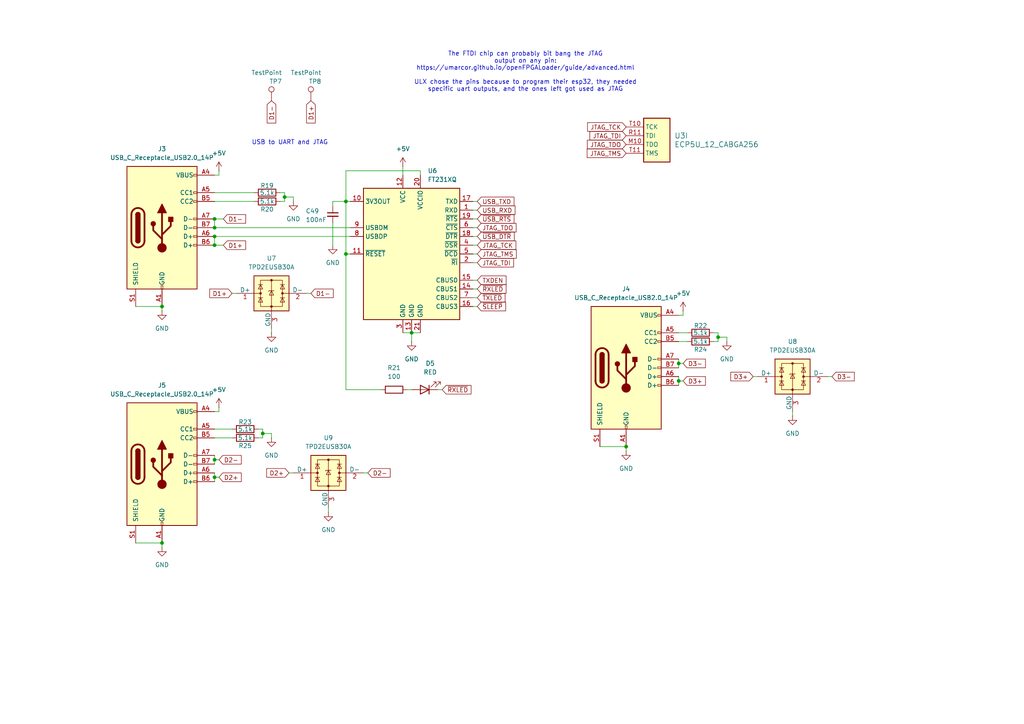
<source format=kicad_sch>
(kicad_sch (version 20250114) (generator "eeschema") (generator_version "9.0")
  (paper "A4")
  (title_block (title "Icepi zero") (date "2025-05-04") (rev "v1") (company "Chengyin Yao (cheyao)") (comment 1 "https://github.com/cheyao/icepi-zero"))
  (lib_symbols
    (symbol "Connector:TestPoint" (pin_numbers (hide yes)) (pin_names (offset 0.762) (hide yes))
      (property "Reference" "TP" (at 0 6.858 0))
      (property "Value" "TestPoint" (at 0 5.08 0))
      (symbol "TestPoint_1_1"
        (pin passive line (at 0 0 90) (length 2.54) (name "1") (number "1"))
      )
    )
    (symbol "Connector:USB_C_Receptacle_USB2.0_14P" (pin_names (offset 1.016))
      (property "Reference" "J" (at 0 22.225 0))
      (property "Value" "USB_C_Receptacle_USB2.0_14P" (at 0 19.685 0))
      (symbol "USB_C_Receptacle_USB2.0_14P_1_1"
        (pin passive line (at -7.62 -22.86 90) (length 5.08) (name "SHIELD") (number "S1"))
        (pin passive line (at 0 -22.86 90) (length 5.08) (name "GND") (number "A1"))
        (pin passive line (at 0 -22.86 90) (length 5.08) (hide yes) (name "GND") (number "A12"))
        (pin passive line (at 0 -22.86 90) (length 5.08) (hide yes) (name "GND") (number "B1"))
        (pin passive line (at 0 -22.86 90) (length 5.08) (hide yes) (name "GND") (number "B12"))
        (pin passive line (at 15.24 15.24 180) (length 5.08) (name "VBUS") (number "A4"))
        (pin passive line (at 15.24 15.24 180) (length 5.08) (hide yes) (name "VBUS") (number "A9"))
        (pin passive line (at 15.24 15.24 180) (length 5.08) (hide yes) (name "VBUS") (number "B4"))
        (pin passive line (at 15.24 15.24 180) (length 5.08) (hide yes) (name "VBUS") (number "B9"))
        (pin bidirectional line (at 15.24 10.16 180) (length 5.08) (name "CC1") (number "A5"))
        (pin bidirectional line (at 15.24 7.62 180) (length 5.08) (name "CC2") (number "B5"))
        (pin bidirectional line (at 15.24 2.54 180) (length 5.08) (name "D-") (number "A7"))
        (pin bidirectional line (at 15.24 0 180) (length 5.08) (name "D-") (number "B7"))
        (pin bidirectional line (at 15.24 -2.54 180) (length 5.08) (name "D+") (number "A6"))
        (pin bidirectional line (at 15.24 -5.08 180) (length 5.08) (name "D+") (number "B6"))
      )
    )
    (symbol "Device:C_Small" (pin_numbers (hide yes)) (pin_names (offset 0.254) (hide yes))
      (property "Reference" "C" (at 0.254 1.778 0))
      (property "Value" "C_Small" (at 0.254 -2.032 0))
      (symbol "C_Small_1_1"
        (pin passive line (at 0 2.54 270) (length 2.032) (name "~") (number "1"))
        (pin passive line (at 0 -2.54 90) (length 2.032) (name "~") (number "2"))
      )
    )
    (symbol "Device:LED" (pin_numbers (hide yes)) (pin_names (offset 1.016) (hide yes))
      (property "Reference" "D" (at 0 2.54 0))
      (property "Value" "LED" (at 0 -2.54 0))
      (symbol "LED_1_1"
        (pin passive line (at -3.81 0 0) (length 2.54) (name "K") (number "1"))
        (pin passive line (at 3.81 0 180) (length 2.54) (name "A") (number "2"))
      )
    )
    (symbol "Device:R" (pin_numbers (hide yes)) (pin_names (offset 0))
      (property "Reference" "R" (at 2.032 0 90))
      (property "Value" "R" (at 0 0 90))
      (symbol "R_1_1"
        (pin passive line (at 0 3.81 270) (length 1.27) (name "~") (number "1"))
        (pin passive line (at 0 -3.81 90) (length 1.27) (name "~") (number "2"))
      )
    )
    (symbol "Interface_USB:FT231XQ"
      (property "Reference" "U" (at -13.97 20.32 0))
      (property "Value" "FT231XQ" (at 6.35 20.32 0))
      (symbol "FT231XQ_1_1"
        (pin power_out line (at -17.78 15.24 0) (length 3.81) (name "3V3OUT") (number "10"))
        (pin bidirectional line (at -17.78 7.62 0) (length 3.81) (name "USBDM") (number "9"))
        (pin bidirectional line (at -17.78 5.08 0) (length 3.81) (name "USBDP") (number "8"))
        (pin input line (at -17.78 0 0) (length 3.81) (name "~{RESET}") (number "11"))
        (pin power_in line (at -2.54 22.86 270) (length 3.81) (name "VCC") (number "12"))
        (pin power_in line (at -2.54 -22.86 90) (length 3.81) (name "GND") (number "3"))
        (pin power_in line (at 0 -22.86 90) (length 3.81) (name "GND") (number "13"))
        (pin power_in line (at 2.54 22.86 270) (length 3.81) (name "VCCIO") (number "20"))
        (pin power_in line (at 2.54 -22.86 90) (length 3.81) (name "GND") (number "21"))
        (pin output line (at 17.78 15.24 180) (length 3.81) (name "TXD") (number "17"))
        (pin input line (at 17.78 12.7 180) (length 3.81) (name "RXD") (number "1"))
        (pin output line (at 17.78 10.16 180) (length 3.81) (name "~{RTS}") (number "19"))
        (pin input line (at 17.78 7.62 180) (length 3.81) (name "~{CTS}") (number "6"))
        (pin output line (at 17.78 5.08 180) (length 3.81) (name "~{DTR}") (number "18"))
        (pin input line (at 17.78 2.54 180) (length 3.81) (name "~{DSR}") (number "4"))
        (pin input line (at 17.78 0 180) (length 3.81) (name "~{DCD}") (number "5"))
        (pin input line (at 17.78 -2.54 180) (length 3.81) (name "~{RI}") (number "2"))
        (pin bidirectional line (at 17.78 -7.62 180) (length 3.81) (name "CBUS0") (number "15"))
        (pin bidirectional line (at 17.78 -10.16 180) (length 3.81) (name "CBUS1") (number "14"))
        (pin bidirectional line (at 17.78 -12.7 180) (length 3.81) (name "CBUS2") (number "7"))
        (pin bidirectional line (at 17.78 -15.24 180) (length 3.81) (name "CBUS3") (number "16"))
      )
    )
    (symbol "Power_Protection:TPD2EUSB30A" (pin_names (offset 0))
      (property "Reference" "U" (at 0 6.35 0))
      (property "Value" "TPD2EUSB30A" (at 7.62 -7.62 0))
      (symbol "TPD2EUSB30A_1_1"
        (pin passive line (at -10.16 0 0) (length 5.08) (name "D+") (number "1"))
        (pin passive line (at 0 -10.16 90) (length 5.08) (name "GND") (number "3"))
        (pin passive line (at 10.16 0 180) (length 5.08) (name "D-") (number "2"))
      )
    )
    (symbol "josh:ECP5U_12_CABGA256"
      (property "Reference" "U" (at -15.24 45.72 0))
      (property "Value" "ECP5U_12_CABGA256" (at 7.62 43.18 0))
      (symbol "ECP5U_12_CABGA256_1_1"
        (pin power_in line (at -12.7 5.08 0) (length 5.08) (name "VCC[6]") (number "G6"))
        (pin power_in line (at -12.7 5.08 0) (length 5.08) (name "VCC[6]") (number "G7"))
        (pin power_in line (at -12.7 5.08 0) (length 5.08) (name "VCC[6]") (number "G9"))
        (pin power_in line (at -12.7 5.08 0) (length 5.08) (name "VCC[6]") (number "L10"))
        (pin power_in line (at -12.7 5.08 0) (length 5.08) (name "VCC[6]") (number "L8"))
        (pin power_in line (at -12.7 5.08 0) (length 5.08) (name "VCC[6]") (number "L9"))
        (pin power_in line (at -12.7 2.54 0) (length 5.08) (name "VCCAUX[2]") (number "G11"))
        (pin power_in line (at -12.7 2.54 0) (length 5.08) (name "VCCAUX[2]") (number "L7"))
        (pin power_in line (at -12.7 -5.08 0) (length 5.08) (name "GND[27]") (number "A1"))
        (pin power_in line (at -12.7 -5.08 0) (length 5.08) (name "GND[27]") (number "A16"))
        (pin power_in line (at -12.7 -5.08 0) (length 5.08) (name "GND[27]") (number "D15"))
        (pin power_in line (at -12.7 -5.08 0) (length 5.08) (name "GND[27]") (number "D2"))
        (pin power_in line (at -12.7 -5.08 0) (length 5.08) (name "GND[27]") (number "F8"))
        (pin power_in line (at -12.7 -5.08 0) (length 5.08) (name "GND[27]") (number "F9"))
        (pin power_in line (at -12.7 -5.08 0) (length 5.08) (name "GND[27]") (number "G10"))
        (pin power_in line (at -12.7 -5.08 0) (length 5.08) (name "GND[27]") (number "G8"))
        (pin power_in line (at -12.7 -5.08 0) (length 5.08) (name "GND[27]") (number "H1"))
        (pin power_in line (at -12.7 -5.08 0) (length 5.08) (name "GND[27]") (number "H10"))
        (pin power_in line (at -12.7 -5.08 0) (length 5.08) (name "GND[27]") (number "H16"))
        (pin power_in line (at -12.7 -5.08 0) (length 5.08) (name "GND[27]") (number "H8"))
        (pin power_in line (at -12.7 -5.08 0) (length 5.08) (name "GND[27]") (number "H9"))
        (pin power_in line (at -12.7 -5.08 0) (length 5.08) (name "GND[27]") (number "J10"))
        (pin power_in line (at -12.7 -5.08 0) (length 5.08) (name "GND[27]") (number "J8"))
        (pin power_in line (at -12.7 -5.08 0) (length 5.08) (name "GND[27]") (number "J9"))
        (pin power_in line (at -12.7 -5.08 0) (length 5.08) (name "GND[27]") (number "K10"))
        (pin power_in line (at -12.7 -5.08 0) (length 5.08) (name "GND[27]") (number "K6"))
        (pin power_in line (at -12.7 -5.08 0) (length 5.08) (name "GND[27]") (number "K7"))
        (pin power_in line (at -12.7 -5.08 0) (length 5.08) (name "GND[27]") (number "K8"))
        (pin power_in line (at -12.7 -5.08 0) (length 5.08) (name "GND[27]") (number "K9"))
        (pin power_in line (at -12.7 -5.08 0) (length 5.08) (name "GND[27]") (number "N15"))
        (pin power_in line (at -12.7 -5.08 0) (length 5.08) (name "GND[27]") (number "N2"))
        (pin power_in line (at -12.7 -5.08 0) (length 5.08) (name "GND[27]") (number "T1"))
        (pin power_in line (at -12.7 -5.08 0) (length 5.08) (name "GND[27]") (number "T12"))
        (pin power_in line (at -12.7 -5.08 0) (length 5.08) (name "GND[27]") (number "T16"))
        (pin power_in line (at -12.7 -5.08 0) (length 5.08) (name "GND[27]") (number "T5"))
      )
      (symbol "ECP5U_12_CABGA256_2_1"
        (pin power_in line (at -21.59 38.1 0) (length 5.08) (name "VCCIO0[2]") (number "F6"))
        (pin power_in line (at -21.59 38.1 0) (length 5.08) (name "VCCIO0[2]") (number "F7"))
        (pin bidirectional line (at -21.59 33.02 0) (length 5.08) (name "PT4A/+") (number "A2"))
        (pin bidirectional line (at -21.59 30.48 0) (length 5.08) (name "PT4B/-") (number "B3"))
        (pin bidirectional line (at -21.59 27.94 0) (length 5.08) (name "PT6A/+") (number "A3"))
        (pin bidirectional line (at -21.59 25.4 0) (length 5.08) (name "PT6B/-") (number "A4"))
        (pin bidirectional line (at -21.59 22.86 0) (length 5.08) (name "PT9A/+") (number "E4"))
        (pin bidirectional line (at -21.59 20.32 0) (length 5.08) (name "PT9B/-") (number "D4"))
        (pin bidirectional line (at -21.59 17.78 0) (length 5.08) (name "PT11A/+") (number "C4"))
        (pin bidirectional line (at -21.59 15.24 0) (length 5.08) (name "PT11B/-") (number "B4"))
        (pin bidirectional line (at -21.59 12.7 0) (length 5.08) (name "PT13A/+") (number "E5"))
        (pin bidirectional line (at -21.59 10.16 0) (length 5.08) (name "PT13B/-") (number "D5"))
        (pin bidirectional line (at -21.59 7.62 0) (length 5.08) (name "PT15A/+") (number "C5"))
        (pin bidirectional line (at -21.59 5.08 0) (length 5.08) (name "PT15B/-") (number "B5"))
        (pin bidirectional line (at -21.59 2.54 0) (length 5.08) (name "PT18A/+") (number "A5"))
        (pin bidirectional line (at -21.59 0 0) (length 5.08) (name "PT18B/-") (number "A6"))
        (pin bidirectional line (at -21.59 -2.54 0) (length 5.08) (name "PT20A/+") (number "E6"))
        (pin bidirectional line (at -21.59 -5.08 0) (length 5.08) (name "PT20B/-") (number "D6"))
        (pin bidirectional line (at -21.59 -7.62 0) (length 5.08) (name "PT22A/+") (number "C6"))
        (pin bidirectional line (at -21.59 -10.16 0) (length 5.08) (name "PT22B/-") (number "B6"))
        (pin bidirectional line (at -21.59 -12.7 0) (length 5.08) (name "PT24A/+/GR_PCLK0_1") (number "E7"))
        (pin bidirectional line (at -21.59 -15.24 0) (length 5.08) (name "PT24B/-/GR_PCLK0_0") (number "D7"))
        (pin bidirectional line (at -21.59 -17.78 0) (length 5.08) (name "PT27A/+/PCLKT0_1") (number "C7"))
        (pin bidirectional line (at -21.59 -20.32 0) (length 5.08) (name "PT27B/-/PCLKC0_1") (number "B7"))
        (pin bidirectional line (at -21.59 -22.86 0) (length 5.08) (name "PT29A/+/PCLKT0_0") (number "A7"))
        (pin bidirectional line (at -21.59 -25.4 0) (length 5.08) (name "PT29B/-/PCLKC0_0") (number "A8"))
      )
      (symbol "ECP5U_12_CABGA256_3_1"
        (pin power_in line (at -21.59 38.1 0) (length 5.08) (name "VCCIO1[2]") (number "F10"))
        (pin power_in line (at -21.59 38.1 0) (length 5.08) (name "VCCIO1[2]") (number "F11"))
        (pin bidirectional line (at -21.59 33.02 0) (length 5.08) (name "PT33A/+/PCLKT1_1") (number "E8"))
        (pin bidirectional line (at -21.59 30.48 0) (length 5.08) (name "PT33B/-/PCLKC1_1") (number "D8"))
        (pin bidirectional line (at -21.59 27.94 0) (length 5.08) (name "PT35A/+/PCLKT1_0") (number "C8"))
        (pin bidirectional line (at -21.59 25.4 0) (length 5.08) (name "PT35B/-/PCLKC1_0") (number "B8"))
        (pin bidirectional line (at -21.59 22.86 0) (length 5.08) (name "PT38A/+/GR_PCLK1_0") (number "B9"))
        (pin bidirectional line (at -21.59 20.32 0) (length 5.08) (name "PT38B/-/GR_PCLK1_1") (number "C9"))
        (pin bidirectional line (at -21.59 17.78 0) (length 5.08) (name "PT40A/+") (number "D9"))
        (pin bidirectional line (at -21.59 15.24 0) (length 5.08) (name "PT40B/-") (number "E9"))
        (pin bidirectional line (at -21.59 12.7 0) (length 5.08) (name "PT42A/+") (number "A9"))
        (pin bidirectional line (at -21.59 10.16 0) (length 5.08) (name "PT42B/-") (number "A10"))
        (pin bidirectional line (at -21.59 7.62 0) (length 5.08) (name "PT44A/+") (number "B10"))
        (pin bidirectional line (at -21.59 5.08 0) (length 5.08) (name "PT44B/-") (number "C10"))
        (pin bidirectional line (at -21.59 2.54 0) (length 5.08) (name "PT47A/+") (number "D10"))
        (pin bidirectional line (at -21.59 0 0) (length 5.08) (name "PT47B/-") (number "E10"))
        (pin bidirectional line (at -21.59 -2.54 0) (length 5.08) (name "PT49A/+") (number "B11"))
        (pin bidirectional line (at -21.59 -5.08 0) (length 5.08) (name "PT49B/-") (number "C11"))
        (pin bidirectional line (at -21.59 -7.62 0) (length 5.08) (name "PT51A/+") (number "D11"))
        (pin bidirectional line (at -21.59 -10.16 0) (length 5.08) (name "PT51B/-") (number "E11"))
        (pin bidirectional line (at -21.59 -12.7 0) (length 5.08) (name "PT53A/+") (number "A11"))
        (pin bidirectional line (at -21.59 -15.24 0) (length 5.08) (name "PT53B/-") (number "A12"))
        (pin bidirectional line (at -21.59 -17.78 0) (length 5.08) (name "PT56A/+") (number "B12"))
        (pin bidirectional line (at -21.59 -20.32 0) (length 5.08) (name "PT56B/-") (number "C12"))
        (pin bidirectional line (at -21.59 -22.86 0) (length 5.08) (name "PT58A/+") (number "D12"))
        (pin bidirectional line (at -21.59 -25.4 0) (length 5.08) (name "PT58B/-") (number "E12"))
        (pin bidirectional line (at -21.59 -27.94 0) (length 5.08) (name "PT60A/+") (number "B13"))
        (pin bidirectional line (at -21.59 -30.48 0) (length 5.08) (name "PT60B/-") (number "C13"))
        (pin bidirectional line (at -21.59 -33.02 0) (length 5.08) (name "PT62A/+") (number "D13"))
        (pin bidirectional line (at -21.59 -35.56 0) (length 5.08) (name "PT62B/-") (number "E13"))
        (pin bidirectional line (at -21.59 -38.1 0) (length 5.08) (name "PT65A/+") (number "A13"))
        (pin bidirectional line (at -21.59 -40.64 0) (length 5.08) (name "PT65B/-") (number "A14"))
        (pin bidirectional line (at -21.59 -43.18 0) (length 5.08) (name "PT67A/+") (number "B14"))
        (pin bidirectional line (at -21.59 -45.72 0) (length 5.08) (name "PT67B/-") (number "A15"))
      )
      (symbol "ECP5U_12_CABGA256_4_1"
        (pin power_in line (at -21.59 38.1 0) (length 5.08) (name "VCCIO2[2]") (number "H11"))
        (pin power_in line (at -21.59 38.1 0) (length 5.08) (name "VCCIO2[2]") (number "J11"))
        (pin bidirectional line (at -21.59 33.02 0) (length 5.08) (name "PR2A/+/HS/RDQ8") (number "B16"))
        (pin bidirectional line (at -21.59 30.48 0) (length 5.08) (name "PR2B/-/S0_IN/HS/RDQ8") (number "B15"))
        (pin bidirectional line (at -21.59 27.94 0) (length 5.08) (name "PR2C/+/RDQ8") (number "C14"))
        (pin bidirectional line (at -21.59 25.4 0) (length 5.08) (name "PR2D/-/RDQ8") (number "D14"))
        (pin bidirectional line (at -21.59 22.86 0) (length 5.08) (name "PR5A/+/HS/RDQ8") (number "C16"))
        (pin bidirectional line (at -21.59 20.32 0) (length 5.08) (name "PR5B/-/HS/RDQ8") (number "C15"))
        (pin bidirectional line (at -21.59 17.78 0) (length 5.08) (name "PR5C/+/RDQ8") (number "E14"))
        (pin bidirectional line (at -21.59 15.24 0) (length 5.08) (name "PR5D/-/RDQ8") (number "F14"))
        (pin bidirectional line (at -21.59 12.7 0) (length 5.08) (name "PR8A/+/HS/RDQS8") (number "D16"))
        (pin bidirectional line (at -21.59 10.16 0) (length 5.08) (name "PR8B/-/HS/RDQSN8") (number "E15"))
        (pin bidirectional line (at -21.59 7.62 0) (length 5.08) (name "PR8C/+/RDQ8") (number "F13"))
        (pin bidirectional line (at -21.59 5.08 0) (length 5.08) (name "PR8D/-/RDQ8") (number "F12"))
        (pin bidirectional line (at -21.59 2.54 0) (length 5.08) (name "PR11A/+/HS/RDQ8") (number "G12"))
        (pin bidirectional line (at -21.59 0 0) (length 5.08) (name "PR11B/-/HS/RDQ8") (number "G13"))
        (pin bidirectional line (at -21.59 -2.54 0) (length 5.08) (name "PR11C/+/RDQ8") (number "F15"))
        (pin bidirectional line (at -21.59 -5.08 0) (length 5.08) (name "PR11D/-/RDQ8") (number "E16"))
        (pin bidirectional line (at -21.59 -7.62 0) (length 5.08) (name "PR14A/+/HS/RDQ20") (number "F16"))
        (pin bidirectional line (at -21.59 -10.16 0) (length 5.08) (name "PR14B/-/HS/RDQ20") (number "G15"))
        (pin bidirectional line (at -21.59 -12.7 0) (length 5.08) (name "PR14C/+/VREF1_2/RDQ20") (number "G14"))
        (pin bidirectional line (at -21.59 -15.24 0) (length 5.08) (name "PR14D/-/RDQ20") (number "H14"))
        (pin bidirectional line (at -21.59 -17.78 0) (length 5.08) (name "PR17A/+/HS/RDQ20") (number "H12"))
        (pin bidirectional line (at -21.59 -20.32 0) (length 5.08) (name "PR17B/-/HS/RDQ20") (number "H13"))
        (pin bidirectional line (at -21.59 -22.86 0) (length 5.08) (name "PR17C/+/RDQ20") (number "J13"))
        (pin bidirectional line (at -21.59 -25.4 0) (length 5.08) (name "PR17D/-/RDQ20") (number "J12"))
        (pin bidirectional line (at -21.59 -27.94 0) (length 5.08) (name "PR20A/+/GR_PCLK2_1/HS/RDQS20") (number "G16"))
        (pin bidirectional line (at -21.59 -30.48 0) (length 5.08) (name "PR20B/-/HS/RDQSN20") (number "H15"))
        (pin bidirectional line (at -21.59 -33.02 0) (length 5.08) (name "PR20C/+/GR_PCLK2_0/RDQ20") (number "J14"))
        (pin bidirectional line (at -21.59 -35.56 0) (length 5.08) (name "PR20D/-/RDQ20") (number "K14"))
        (pin bidirectional line (at -21.59 -38.1 0) (length 5.08) (name "PR23A/+/PCLKT2_1/HS/RDQ20") (number "J16"))
        (pin bidirectional line (at -21.59 -40.64 0) (length 5.08) (name "PR23B/-/PCLKC2_1/HS/RDQ20") (number "J15"))
        (pin bidirectional line (at -21.59 -43.18 0) (length 5.08) (name "PR23C/+/PCLKT2_0/RDQ20") (number "K16"))
        (pin bidirectional line (at -21.59 -45.72 0) (length 5.08) (name "PR23D/-/PCLKC2_0/RDQ20") (number "K15"))
      )
      (symbol "ECP5U_12_CABGA256_5_1"
        (pin power_in line (at -21.59 38.1 0) (length 5.08) (name "VCCIO3[2]") (number "K11"))
        (pin power_in line (at -21.59 38.1 0) (length 5.08) (name "VCCIO3[2]") (number "L11"))
        (pin bidirectional line (at -21.59 33.02 0) (length 5.08) (name "PR26A/+/PCLKT3_1/HS/RDQ32") (number "L16"))
        (pin bidirectional line (at -21.59 30.48 0) (length 5.08) (name "PR26B/-/PCLKC3_1/HS/RDQ32") (number "L15"))
        (pin bidirectional line (at -21.59 27.94 0) (length 5.08) (name "PR26C/+/PCLKT3_0/RDQ32") (number "M16"))
        (pin bidirectional line (at -21.59 25.4 0) (length 5.08) (name "PR26D/-/PCLKC3_0/RDQ32") (number "M15"))
        (pin bidirectional line (at -21.59 22.86 0) (length 5.08) (name "PR29A/+/GR_PCLK3_0/HS/RDQ32") (number "K13"))
        (pin bidirectional line (at -21.59 20.32 0) (length 5.08) (name "PR29B/-/HS/RDQ32") (number "K12"))
        (pin bidirectional line (at -21.59 17.78 0) (length 5.08) (name "PR29C/+/GR_PCLK3_1/RDQ32") (number "L13"))
        (pin bidirectional line (at -21.59 15.24 0) (length 5.08) (name "PR29D/-/RDQ32") (number "L12"))
        (pin bidirectional line (at -21.59 12.7 0) (length 5.08) (name "PR32A/+/HS/RDQS32") (number "N16"))
        (pin bidirectional line (at -21.59 10.16 0) (length 5.08) (name "PR32B/-/HS/RDQSN32") (number "P15"))
        (pin bidirectional line (at -21.59 7.62 0) (length 5.08) (name "PR32C/+/RDQ32") (number "L14"))
        (pin bidirectional line (at -21.59 5.08 0) (length 5.08) (name "PR32D/-/RDQ32") (number "M14"))
        (pin bidirectional line (at -21.59 2.54 0) (length 5.08) (name "PR35A/+/HS/RDQ32") (number "P16"))
        (pin bidirectional line (at -21.59 0 0) (length 5.08) (name "PR35B/-/VREF1_3/HS/RDQ32") (number "R16"))
        (pin bidirectional line (at -21.59 -2.54 0) (length 5.08) (name "PR35C/+/RDQ32") (number "M13"))
        (pin bidirectional line (at -21.59 -5.08 0) (length 5.08) (name "PR35D/-/RDQ32") (number "N14"))
        (pin bidirectional line (at -21.59 -7.62 0) (length 5.08) (name "PR38A/+/HS/RDQ44") (number "N13"))
        (pin bidirectional line (at -21.59 -10.16 0) (length 5.08) (name "PR38B/-/HS/RDQ44") (number "P14"))
        (pin bidirectional line (at -21.59 -12.7 0) (length 5.08) (name "PR38C/+/RDQ44") (number "R15"))
        (pin bidirectional line (at -21.59 -15.24 0) (length 5.08) (name "PR38D/-/RDQ44") (number "T15"))
        (pin bidirectional line (at -21.59 -17.78 0) (length 5.08) (name "PR41A/+/HS/RDQ44") (number "P13"))
        (pin bidirectional line (at -21.59 -20.32 0) (length 5.08) (name "PR41B/-/HS/RDQ44") (number "R14"))
        (pin bidirectional line (at -21.59 -22.86 0) (length 5.08) (name "PR41C/+/RDQ44") (number "R13"))
        (pin bidirectional line (at -21.59 -25.4 0) (length 5.08) (name "PR41D/-/RDQ44") (number "T14"))
        (pin bidirectional line (at -21.59 -27.94 0) (length 5.08) (name "PR44A/+/HS/RDQS44") (number "R12"))
        (pin bidirectional line (at -21.59 -30.48 0) (length 5.08) (name "PR44B/-/HS/RDQSN44") (number "T13"))
        (pin bidirectional line (at -21.59 -33.02 0) (length 5.08) (name "PR44C/+/RDQ44") (number "M12"))
        (pin bidirectional line (at -21.59 -35.56 0) (length 5.08) (name "PR44D/-/RDQ44") (number "N12"))
        (pin bidirectional line (at -21.59 -38.1 0) (length 5.08) (name "PR47A/+/HS/RDQ44") (number "M11"))
        (pin bidirectional line (at -21.59 -40.64 0) (length 5.08) (name "PR47B/-/HS/RDQ44") (number "N11"))
        (pin bidirectional line (at -21.59 -43.18 0) (length 5.08) (name "PR47C/+/LRC_GPLL0T_IN/RDQ44") (number "P11"))
        (pin bidirectional line (at -21.59 -45.72 0) (length 5.08) (name "PR47D/-/LRC_GPLL0C_IN/RDQ44") (number "P12"))
      )
      (symbol "ECP5U_12_CABGA256_6_1"
        (pin power_in line (at -21.59 38.1 0) (length 5.08) (name "VCCIO6[2]") (number "J6"))
        (pin power_in line (at -21.59 38.1 0) (length 5.08) (name "VCCIO6[2]") (number "J7"))
        (pin bidirectional line (at -21.59 33.02 0) (length 5.08) (name "PL26A/+/PCLKT6_1/HS/LDQ32") (number "L1"))
        (pin bidirectional line (at -21.59 30.48 0) (length 5.08) (name "PL26B/-/PCLKC6_1/HS/LDQ32") (number "L2"))
        (pin bidirectional line (at -21.59 27.94 0) (length 5.08) (name "PL26C/+/PCLKT6_0/LDQ32") (number "M1"))
        (pin bidirectional line (at -21.59 25.4 0) (length 5.08) (name "PL26D/-/PCLKC6_0/LDQ32") (number "M2"))
        (pin bidirectional line (at -21.59 22.86 0) (length 5.08) (name "PL29A/+/GR_PCLK6_0/HS/LDQ32") (number "K4"))
        (pin bidirectional line (at -21.59 20.32 0) (length 5.08) (name "PL29B/-/HS/LDQ32") (number "K5"))
        (pin bidirectional line (at -21.59 17.78 0) (length 5.08) (name "PL29C/+/GR_PCLK6_1/LDQ32") (number "L4"))
        (pin bidirectional line (at -21.59 15.24 0) (length 5.08) (name "PL29D/-/LDQ32") (number "L5"))
        (pin bidirectional line (at -21.59 12.7 0) (length 5.08) (name "PL32A/+/HS/LDQS32") (number "N1"))
        (pin bidirectional line (at -21.59 10.16 0) (length 5.08) (name "PL32B/-/HS/LDQSN32") (number "P2"))
        (pin bidirectional line (at -21.59 7.62 0) (length 5.08) (name "PL32C/+/LDQ32") (number "L3"))
        (pin bidirectional line (at -21.59 5.08 0) (length 5.08) (name "PL32D/-/LDQ32") (number "M3"))
        (pin bidirectional line (at -21.59 2.54 0) (length 5.08) (name "PL35A/+/HS/LDQ32") (number "P1"))
        (pin bidirectional line (at -21.59 0 0) (length 5.08) (name "PL35B/-/VREF1_6/HS/LDQ32") (number "R1"))
        (pin bidirectional line (at -21.59 -2.54 0) (length 5.08) (name "PL35C/+/LDQ32") (number "M4"))
        (pin bidirectional line (at -21.59 -5.08 0) (length 5.08) (name "PL35D/-/LDQ32") (number "N3"))
        (pin bidirectional line (at -21.59 -7.62 0) (length 5.08) (name "PL38A/+/HS/LDQ44") (number "N4"))
        (pin bidirectional line (at -21.59 -10.16 0) (length 5.08) (name "PL38B/-/HS/LDQ44") (number "P3"))
        (pin bidirectional line (at -21.59 -12.7 0) (length 5.08) (name "PL38C/+/LDQ44") (number "R2"))
        (pin bidirectional line (at -21.59 -15.24 0) (length 5.08) (name "PL38D/-/LDQ44") (number "T2"))
        (pin bidirectional line (at -21.59 -17.78 0) (length 5.08) (name "PL41A/+/HS/LDQ44") (number "P4"))
        (pin bidirectional line (at -21.59 -20.32 0) (length 5.08) (name "PL41B/-/HS/LDQ44") (number "R3"))
        (pin bidirectional line (at -21.59 -22.86 0) (length 5.08) (name "PL41C/+/LDQ44") (number "R4"))
        (pin bidirectional line (at -21.59 -25.4 0) (length 5.08) (name "PL41D/-/LDQ44") (number "T3"))
        (pin bidirectional line (at -21.59 -27.94 0) (length 5.08) (name "PL44A/+/HS/LDQS44") (number "R5"))
        (pin bidirectional line (at -21.59 -30.48 0) (length 5.08) (name "PL44B/-/HS/LDQSN44") (number "T4"))
        (pin bidirectional line (at -21.59 -33.02 0) (length 5.08) (name "PL44C/+/LDQ44") (number "M5"))
        (pin bidirectional line (at -21.59 -35.56 0) (length 5.08) (name "PL44D/-/LDQ44") (number "N5"))
        (pin bidirectional line (at -21.59 -38.1 0) (length 5.08) (name "PL47A/+/HS/LDQ44") (number "M6"))
        (pin bidirectional line (at -21.59 -40.64 0) (length 5.08) (name "PL47B/-/HS/LDQ44") (number "N6"))
        (pin bidirectional line (at -21.59 -43.18 0) (length 5.08) (name "PL47C/+/LLC_GPLL0T_IN/LDQ44") (number "P6"))
        (pin bidirectional line (at -21.59 -45.72 0) (length 5.08) (name "PL47D/-/LLC_GPLL0C_IN/LDQ44") (number "P5"))
      )
      (symbol "ECP5U_12_CABGA256_7_1"
        (pin power_in line (at -21.59 38.1 0) (length 5.08) (name "VCCIO7[2]") (number "H6"))
        (pin power_in line (at -21.59 38.1 0) (length 5.08) (name "VCCIO7[2]") (number "H7"))
        (pin bidirectional line (at -21.59 34.29 0) (length 5.08) (name "PL2A/+/HS/LDQ8") (number "B1"))
        (pin bidirectional line (at -21.59 31.75 0) (length 5.08) (name "PL2B/-/HS/LDQ8") (number "B2"))
        (pin bidirectional line (at -21.59 29.21 0) (length 5.08) (name "PL2C/+/LDQ8") (number "C3"))
        (pin bidirectional line (at -21.59 26.67 0) (length 5.08) (name "PL2D/-/LDQ8") (number "D3"))
        (pin bidirectional line (at -21.59 24.13 0) (length 5.08) (name "PL5A/+/HS/LDQ8") (number "C1"))
        (pin bidirectional line (at -21.59 21.59 0) (length 5.08) (name "PL5B/-/HS/LDQ8") (number "C2"))
        (pin bidirectional line (at -21.59 19.05 0) (length 5.08) (name "PL5C/+/LDQ8") (number "E3"))
        (pin bidirectional line (at -21.59 16.51 0) (length 5.08) (name "PL5D/-/LDQ8") (number "F3"))
        (pin bidirectional line (at -21.59 13.97 0) (length 5.08) (name "PL8A/+/HS/LDQS8") (number "D1"))
        (pin bidirectional line (at -21.59 11.43 0) (length 5.08) (name "PL8B/-/HS/LDQSN8") (number "E2"))
        (pin bidirectional line (at -21.59 8.89 0) (length 5.08) (name "PL8C/+/LDQ8") (number "F4"))
        (pin bidirectional line (at -21.59 6.35 0) (length 5.08) (name "PL8D/-/LDQ8") (number "F5"))
        (pin bidirectional line (at -21.59 3.81 0) (length 5.08) (name "PL11A/+/HS/LDQ8") (number "G5"))
        (pin bidirectional line (at -21.59 1.27 0) (length 5.08) (name "PL11B/-/HS/LDQ8") (number "G4"))
        (pin bidirectional line (at -21.59 -1.27 0) (length 5.08) (name "PL11C/+/LDQ8") (number "F2"))
        (pin bidirectional line (at -21.59 -3.81 0) (length 5.08) (name "PL11D/-/LDQ8") (number "E1"))
        (pin bidirectional line (at -21.59 -6.35 0) (length 5.08) (name "PL14A/+/HS/LDQ20") (number "F1"))
        (pin bidirectional line (at -21.59 -8.89 0) (length 5.08) (name "PL14B/-/HS/LDQ20") (number "G2"))
        (pin bidirectional line (at -21.59 -11.43 0) (length 5.08) (name "PL14C/+/VREF1_7/LDQ20") (number "G3"))
        (pin bidirectional line (at -21.59 -13.97 0) (length 5.08) (name "PL14D/-/LDQ20") (number "H3"))
        (pin bidirectional line (at -21.59 -16.51 0) (length 5.08) (name "PL17A/+/HS/LDQ20") (number "H5"))
        (pin bidirectional line (at -21.59 -19.05 0) (length 5.08) (name "PL17B/-/HS/LDQ20") (number "H4"))
        (pin bidirectional line (at -21.59 -21.59 0) (length 5.08) (name "PL17C/+/LDQ20") (number "J4"))
        (pin bidirectional line (at -21.59 -24.13 0) (length 5.08) (name "PL17D/-/LDQ20") (number "J5"))
        (pin bidirectional line (at -21.59 -26.67 0) (length 5.08) (name "PL20A/+/GR_PCLK7_1/HS/LDQS20") (number "G1"))
        (pin bidirectional line (at -21.59 -29.21 0) (length 5.08) (name "PL20B/-/HS/LDQSN20") (number "H2"))
        (pin bidirectional line (at -21.59 -31.75 0) (length 5.08) (name "PL20C/+/GR_PCLK7_0/LDQ20") (number "J3"))
        (pin bidirectional line (at -21.59 -34.29 0) (length 5.08) (name "PL20D/-/LDQ20") (number "K3"))
        (pin bidirectional line (at -21.59 -36.83 0) (length 5.08) (name "PL23A/+/PCLKT7_1/HS/LDQ20") (number "J1"))
        (pin bidirectional line (at -21.59 -39.37 0) (length 5.08) (name "PL23B/-/PCLKC7_1/HS/LDQ20") (number "J2"))
        (pin bidirectional line (at -21.59 -41.91 0) (length 5.08) (name "PL23C/+/PCLKT7_0/LDQ20") (number "K1"))
        (pin bidirectional line (at -21.59 -44.45 0) (length 5.08) (name "PL23D/-/PCLKC7_0/LDQ20") (number "K2"))
      )
      (symbol "ECP5U_12_CABGA256_8_1"
        (pin power_in line (at -21.59 38.1 0) (length 5.08) (name "VCCIO8") (number "L6"))
        (pin bidirectional line (at -21.59 33.02 0) (length 5.08) (name "CCLK/MCLK/SCK") (number "N9"))
        (pin bidirectional line (at -21.59 30.48 0) (length 5.08) (name "CFG_0") (number "N10"))
        (pin bidirectional line (at -21.59 27.94 0) (length 5.08) (name "CFG_1") (number "P10"))
        (pin bidirectional line (at -21.59 25.4 0) (length 5.08) (name "CFG_2") (number "R10"))
        (pin bidirectional line (at -21.59 22.86 0) (length 5.08) (name "DONE") (number "P9"))
        (pin bidirectional line (at -21.59 20.32 0) (length 5.08) (name "INITN") (number "T9"))
        (pin bidirectional line (at -21.59 17.78 0) (length 5.08) (name "PB4A/+/D7/IO7") (number "T6"))
        (pin bidirectional line (at -21.59 15.24 0) (length 5.08) (name "PB4B/-/D6/IO6") (number "R6"))
        (pin bidirectional line (at -21.59 12.7 0) (length 5.08) (name "PB6A/+/D5/MISO2/IO5") (number "R7"))
        (pin bidirectional line (at -21.59 10.16 0) (length 5.08) (name "PB6B/-/D4/MOSI2/IO4") (number "P7"))
        (pin bidirectional line (at -21.59 7.62 0) (length 5.08) (name "PB9A/+/D3/IO3") (number "N7"))
        (pin bidirectional line (at -21.59 5.08 0) (length 5.08) (name "PB9B/-/D2/IO2") (number "M7"))
        (pin bidirectional line (at -21.59 2.54 0) (length 5.08) (name "PB11A/+/D1/MISO/IO1") (number "T7"))
        (pin bidirectional line (at -21.59 0 0) (length 5.08) (name "PB11B/-/D0/MOSI/IO0") (number "T8"))
        (pin bidirectional line (at -21.59 -2.54 0) (length 5.08) (name "PB13A/+/SN/CSN") (number "R8"))
        (pin bidirectional line (at -21.59 -5.08 0) (length 5.08) (name "PB13B/-/CS1N") (number "P8"))
        (pin bidirectional line (at -21.59 -7.62 0) (length 5.08) (name "PB15A/+/HOLDN/DI/BUSY/CSSPIN/CEN") (number "N8"))
        (pin bidirectional line (at -21.59 -10.16 0) (length 5.08) (name "PB15B/-/DOUT/CSON") (number "M8"))
        (pin bidirectional line (at -21.59 -12.7 0) (length 5.08) (name "PB18A/WRITEN") (number "M9"))
        (pin bidirectional line (at -21.59 -15.24 0) (length 5.08) (name "PROGRAMN") (number "R9"))
      )
      (symbol "ECP5U_12_CABGA256_9_1"
        (pin bidirectional line (at -7.62 3.81 0) (length 5.08) (name "TCK") (number "T10"))
        (pin bidirectional line (at -7.62 1.27 0) (length 5.08) (name "TDI") (number "R11"))
        (pin bidirectional line (at -7.62 -1.27 0) (length 5.08) (name "TDO") (number "M10"))
        (pin bidirectional line (at -7.62 -3.81 0) (length 5.08) (name "TMS") (number "T11"))
      )
    )
    (symbol "power:+5V" (power) (pin_numbers (hide yes)) (pin_names (offset 0) (hide yes))
      (property "Value" "+5V" (at 0 3.556 0))
      (symbol "+5V_1_1"
        (pin power_in line (at 0 0 90) (length 0) (name "~") (number "1"))
      )
    )
    (symbol "power:GND" (power) (pin_numbers (hide yes)) (pin_names (offset 0) (hide yes))
      (property "Value" "GND" (at 0 -3.81 0))
      (symbol "GND_1_1"
        (pin power_in line (at 0 0 270) (length 0) (name "~") (number "1"))
      )
    )
  )
  (text "USB to UART and JTAG" (at 84.074 41.402 0) (effects (font (size 1.27 1.27))))
  (text "The FTDI chip can probably bit bang the JTAG\noutput on any pin:\nhttps://umarcor.github.io/openFPGALoader/guide/advanced.html\n\nULX chose the pins because to program their esp32, they needed\nspecific uart outputs, and the ones left got used as JTAG" (at 152.4 20.828 0) (effects (font (size 1.27 1.27))))
  (junction (at 82.55 57.15))
  (junction (at 119.38 96.52))
  (junction (at 100.33 73.66))
  (junction (at 76.2 125.73))
  (junction (at 46.99 157.48))
  (junction (at 62.23 133.35))
  (junction (at 196.85 105.41))
  (junction (at 46.99 88.9))
  (junction (at 62.23 68.58))
  (junction (at 181.61 129.54))
  (junction (at 208.28 97.79))
  (junction (at 62.23 66.04))
  (junction (at 196.85 110.49))
  (junction (at 62.23 138.43))
  (junction (at 62.23 71.12))
  (junction (at 62.23 63.5))
  (junction (at 100.33 58.42))
  (wire (pts (xy 137.16 81.28) (xy 138.43 81.28)))
  (wire (pts (xy 82.55 55.88) (xy 82.55 57.15)))
  (wire (pts (xy 110.49 113.03) (xy 100.33 113.03)))
  (wire (pts (xy 229.87 120.65) (xy 229.87 119.38)))
  (wire (pts (xy 83.82 137.16) (xy 85.09 137.16)))
  (wire (pts (xy 63.5 133.35) (xy 62.23 133.35)))
  (wire (pts (xy 137.16 86.36) (xy 138.43 86.36)))
  (wire (pts (xy 100.33 113.03) (xy 100.33 73.66)))
  (wire (pts (xy 95.25 148.59) (xy 95.25 147.32)))
  (wire (pts (xy 198.12 90.17) (xy 198.12 91.44)))
  (wire (pts (xy 62.23 137.16) (xy 62.23 138.43)))
  (wire (pts (xy 196.85 110.49) (xy 196.85 111.76)))
  (wire (pts (xy 198.12 105.41) (xy 196.85 105.41)))
  (wire (pts (xy 207.01 99.06) (xy 208.28 99.06)))
  (wire (pts (xy 137.16 73.66) (xy 138.43 73.66)))
  (wire (pts (xy 240.03 109.22) (xy 241.3 109.22)))
  (wire (pts (xy 101.6 68.58) (xy 62.23 68.58)))
  (wire (pts (xy 137.16 83.82) (xy 138.43 83.82)))
  (wire (pts (xy 208.28 96.52) (xy 208.28 97.79)))
  (wire (pts (xy 81.28 55.88) (xy 82.55 55.88)))
  (wire (pts (xy 63.5 118.11) (xy 63.5 119.38)))
  (wire (pts (xy 207.01 96.52) (xy 208.28 96.52)))
  (wire (pts (xy 196.85 96.52) (xy 199.39 96.52)))
  (wire (pts (xy 196.85 104.14) (xy 196.85 105.41)))
  (wire (pts (xy 116.84 96.52) (xy 119.38 96.52)))
  (wire (pts (xy 218.44 109.22) (xy 219.71 109.22)))
  (wire (pts (xy 210.82 99.06) (xy 210.82 97.79)))
  (wire (pts (xy 62.23 58.42) (xy 73.66 58.42)))
  (wire (pts (xy 137.16 68.58) (xy 138.43 68.58)))
  (wire (pts (xy 105.41 137.16) (xy 106.68 137.16)))
  (wire (pts (xy 100.33 73.66) (xy 100.33 58.42)))
  (wire (pts (xy 121.92 50.8) (xy 121.92 49.53)))
  (wire (pts (xy 85.09 58.42) (xy 85.09 57.15)))
  (wire (pts (xy 74.93 124.46) (xy 76.2 124.46)))
  (wire (pts (xy 137.16 88.9) (xy 138.43 88.9)))
  (wire (pts (xy 137.16 71.12) (xy 138.43 71.12)))
  (wire (pts (xy 78.74 95.25) (xy 78.74 96.52)))
  (wire (pts (xy 96.52 59.69) (xy 96.52 58.42)))
  (wire (pts (xy 63.5 119.38) (xy 62.23 119.38)))
  (wire (pts (xy 82.55 57.15) (xy 82.55 58.42)))
  (wire (pts (xy 76.2 125.73) (xy 76.2 127)))
  (wire (pts (xy 62.23 71.12) (xy 64.77 71.12)))
  (wire (pts (xy 62.23 66.04) (xy 101.6 66.04)))
  (wire (pts (xy 62.23 133.35) (xy 62.23 132.08)))
  (wire (pts (xy 62.23 134.62) (xy 62.23 133.35)))
  (wire (pts (xy 62.23 138.43) (xy 62.23 139.7)))
  (wire (pts (xy 119.38 96.52) (xy 121.92 96.52)))
  (wire (pts (xy 62.23 63.5) (xy 64.77 63.5)))
  (wire (pts (xy 81.28 58.42) (xy 82.55 58.42)))
  (wire (pts (xy 196.85 105.41) (xy 196.85 106.68)))
  (wire (pts (xy 96.52 58.42) (xy 100.33 58.42)))
  (wire (pts (xy 116.84 48.26) (xy 116.84 50.8)))
  (wire (pts (xy 208.28 97.79) (xy 208.28 99.06)))
  (wire (pts (xy 74.93 127) (xy 76.2 127)))
  (wire (pts (xy 137.16 66.04) (xy 138.43 66.04)))
  (wire (pts (xy 62.23 124.46) (xy 67.31 124.46)))
  (wire (pts (xy 62.23 138.43) (xy 63.5 138.43)))
  (wire (pts (xy 100.33 49.53) (xy 100.33 58.42)))
  (wire (pts (xy 118.11 113.03) (xy 119.38 113.03)))
  (wire (pts (xy 63.5 49.53) (xy 63.5 50.8)))
  (wire (pts (xy 127 113.03) (xy 128.27 113.03)))
  (wire (pts (xy 208.28 97.79) (xy 210.82 97.79)))
  (wire (pts (xy 88.9 85.09) (xy 90.17 85.09)))
  (wire (pts (xy 78.74 127) (xy 78.74 125.73)))
  (wire (pts (xy 181.61 129.54) (xy 181.61 130.81)))
  (wire (pts (xy 62.23 127) (xy 67.31 127)))
  (wire (pts (xy 39.37 88.9) (xy 46.99 88.9)))
  (wire (pts (xy 67.31 85.09) (xy 68.58 85.09)))
  (wire (pts (xy 96.52 64.77) (xy 96.52 71.12)))
  (wire (pts (xy 46.99 157.48) (xy 46.99 158.75)))
  (wire (pts (xy 76.2 124.46) (xy 76.2 125.73)))
  (wire (pts (xy 137.16 63.5) (xy 138.43 63.5)))
  (wire (pts (xy 119.38 99.06) (xy 119.38 96.52)))
  (wire (pts (xy 100.33 58.42) (xy 101.6 58.42)))
  (wire (pts (xy 62.23 55.88) (xy 73.66 55.88)))
  (wire (pts (xy 196.85 110.49) (xy 198.12 110.49)))
  (wire (pts (xy 82.55 57.15) (xy 85.09 57.15)))
  (wire (pts (xy 76.2 125.73) (xy 78.74 125.73)))
  (wire (pts (xy 46.99 88.9) (xy 46.99 90.17)))
  (wire (pts (xy 63.5 50.8) (xy 62.23 50.8)))
  (wire (pts (xy 196.85 99.06) (xy 199.39 99.06)))
  (wire (pts (xy 198.12 91.44) (xy 196.85 91.44)))
  (wire (pts (xy 101.6 73.66) (xy 100.33 73.66)))
  (wire (pts (xy 196.85 109.22) (xy 196.85 110.49)))
  (wire (pts (xy 62.23 63.5) (xy 62.23 66.04)))
  (wire (pts (xy 39.37 157.48) (xy 46.99 157.48)))
  (wire (pts (xy 62.23 68.58) (xy 62.23 71.12)))
  (wire (pts (xy 137.16 60.96) (xy 138.43 60.96)))
  (wire (pts (xy 137.16 58.42) (xy 138.43 58.42)))
  (wire (pts (xy 173.99 129.54) (xy 181.61 129.54)))
  (wire (pts (xy 121.92 49.53) (xy 100.33 49.53)))
  (wire (pts (xy 137.16 76.2) (xy 138.43 76.2)))
  (global_label "USB_TXD" (shape input) (at 138.43 58.42 0) (property "Intersheetrefs" "${INTERSHEET_REFS}" (effects (hide yes))))
  (global_label "D2-" (shape input) (at 63.5 133.35 0) (property "Intersheetrefs" "${INTERSHEET_REFS}" (effects (hide yes))))
  (global_label "USB_RXD" (shape input) (at 138.43 60.96 0) (property "Intersheetrefs" "${INTERSHEET_REFS}" (effects (hide yes))))
  (global_label "~{RXLED}" (shape input) (at 128.27 113.03 0) (property "Intersheetrefs" "${INTERSHEET_REFS}" (effects (hide yes))))
  (global_label "JTAG_TCK" (shape input) (at 138.43 71.12 0) (property "Intersheetrefs" "${INTERSHEET_REFS}" (effects (hide yes))))
  (global_label "JTAG_TMS" (shape input) (at 138.43 73.66 0) (property "Intersheetrefs" "${INTERSHEET_REFS}" (effects (hide yes))))
  (global_label "D3-" (shape input) (at 241.3 109.22 0) (property "Intersheetrefs" "${INTERSHEET_REFS}" (effects (hide yes))))
  (global_label "JTAG_TDO" (shape input) (at 138.43 66.04 0) (property "Intersheetrefs" "${INTERSHEET_REFS}" (effects (hide yes))))
  (global_label "D3-" (shape input) (at 198.12 105.41 0) (property "Intersheetrefs" "${INTERSHEET_REFS}" (effects (hide yes))))
  (global_label "D3+" (shape input) (at 198.12 110.49 0) (property "Intersheetrefs" "${INTERSHEET_REFS}" (effects (hide yes))))
  (global_label "D2-" (shape input) (at 106.68 137.16 0) (property "Intersheetrefs" "${INTERSHEET_REFS}" (effects (hide yes))))
  (global_label "JTAG_TDI" (shape input) (at 138.43 76.2 0) (property "Intersheetrefs" "${INTERSHEET_REFS}" (effects (hide yes))))
  (global_label "JTAG_TDI" (shape input) (at 181.61 39.37 180) (property "Intersheetrefs" "${INTERSHEET_REFS}" (effects (hide yes))))
  (global_label "D2+" (shape input) (at 83.82 137.16 180) (property "Intersheetrefs" "${INTERSHEET_REFS}" (effects (hide yes))))
  (global_label "D1+" (shape input) (at 64.77 71.12 0) (property "Intersheetrefs" "${INTERSHEET_REFS}" (effects (hide yes))))
  (global_label "JTAG_TDO" (shape input) (at 181.61 41.91 180) (property "Intersheetrefs" "${INTERSHEET_REFS}" (effects (hide yes))))
  (global_label "D3+" (shape input) (at 218.44 109.22 180) (property "Intersheetrefs" "${INTERSHEET_REFS}" (effects (hide yes))))
  (global_label "~{USB_RTS}" (shape input) (at 138.43 63.5 0) (property "Intersheetrefs" "${INTERSHEET_REFS}" (effects (hide yes))))
  (global_label "D1-" (shape input) (at 64.77 63.5 0) (property "Intersheetrefs" "${INTERSHEET_REFS}" (effects (hide yes))))
  (global_label "D1+" (shape input) (at 90.17 29.21 270) (property "Intersheetrefs" "${INTERSHEET_REFS}" (effects (hide yes))))
  (global_label "TXDEN" (shape input) (at 138.43 81.28 0) (property "Intersheetrefs" "${INTERSHEET_REFS}" (effects (hide yes))))
  (global_label "JTAG_TMS" (shape input) (at 181.61 44.45 180) (property "Intersheetrefs" "${INTERSHEET_REFS}" (effects (hide yes))))
  (global_label "~{RXLED}" (shape input) (at 138.43 83.82 0) (property "Intersheetrefs" "${INTERSHEET_REFS}" (effects (hide yes))))
  (global_label "JTAG_TCK" (shape input) (at 181.61 36.83 180) (property "Intersheetrefs" "${INTERSHEET_REFS}" (effects (hide yes))))
  (global_label "D1-" (shape input) (at 90.17 85.09 0) (property "Intersheetrefs" "${INTERSHEET_REFS}" (effects (hide yes))))
  (global_label "~{TXLED}" (shape input) (at 138.43 86.36 0) (property "Intersheetrefs" "${INTERSHEET_REFS}" (effects (hide yes))))
  (global_label "D1-" (shape input) (at 78.74 29.21 270) (property "Intersheetrefs" "${INTERSHEET_REFS}" (effects (hide yes))))
  (global_label "D2+" (shape input) (at 63.5 138.43 0) (property "Intersheetrefs" "${INTERSHEET_REFS}" (effects (hide yes))))
  (global_label "D1+" (shape input) (at 67.31 85.09 180) (property "Intersheetrefs" "${INTERSHEET_REFS}" (effects (hide yes))))
  (global_label "~{SLEEP}" (shape input) (at 138.43 88.9 0) (property "Intersheetrefs" "${INTERSHEET_REFS}" (effects (hide yes))))
  (global_label "~{USB_DTR}" (shape input) (at 138.43 68.58 0) (property "Intersheetrefs" "${INTERSHEET_REFS}" (effects (hide yes))))
  (symbol (lib_id "josh:ECP5U_12_CABGA256") (at 189.23 40.64 0) (unit 9)
    (property "Reference" "U3" (at 195.58 39.3699 0) (effects (font (size 1.524 1.524)) (justify left)))
    (property "Value" "ECP5U_12_CABGA256" (at 195.58 41.9099 0) (effects (font (size 1.524 1.524)) (justify left)))
    (property "Footprint" "Package_BGA:BGA-256_14.0x14.0mm_Layout16x16_P0.8mm_Ball0.45mm_Pad0.32mm_NSMD" (effects (hide yes)))
    (property "Datasheet" "https://www.lcsc.com/datasheet/lcsc_datasheet_2411220131_Lattice-LFE5U-25F-6BG256C_C1521614.pdf" (effects (hide yes)))
    (property "JLCPCB Part #" "C1521614" (effects (hide yes)))
  )
  (symbol (lib_id "Connector:USB_C_Receptacle_USB2.0_14P") (at 181.61 106.68 0) (unit 1)
    (property "Reference" "J4" (at 181.61 83.82 0))
    (property "Value" "USB_C_Receptacle_USB2.0_14P" (at 181.61 86.36 0))
    (property "Footprint" "Connector_USB:USB_C_Receptacle_GCT_USB4105-xx-A_16P_TopMnt_Horizontal" (effects (hide yes)))
    (property "Datasheet" "https://www.usb.org/sites/default/files/documents/usb_type-c.zip" (effects (hide yes)))
    (property "Description" "USB 2.0-only 14P Type-C Receptacle connector" (effects (hide yes)))
    (property "JLCPCB Part #" "C2765186" (effects (hide yes)))
  )
  (symbol (lib_id "Power_Protection:TPD2EUSB30A") (at 78.74 85.09 0) (unit 1)
    (property "Reference" "U7" (at 78.74 74.93 0))
    (property "Value" "TPD2EUSB30A" (at 78.74 77.47 0))
    (property "Footprint" "Package_TO_SOT_SMD:Texas_DRT-3" (effects (hide yes)))
    (property "Datasheet" "http://www.ti.com/lit/ds/symlink/tpd2eusb30a.pdf" (effects (hide yes)))
    (property "Description" "2-Channel ESD Protection for Super-Speed USB 3.0 Interface, DRT-3" (effects (hide yes)))
    (property "JLCPCB Part #" "C3011197" (effects (hide yes)))
  )
  (symbol (lib_id "power:GND") (at 78.74 127 0) (unit 1)
    (property "Reference" "#PWR052" (effects (hide yes)))
    (property "Value" "GND" (at 78.74 132.08 0))
    (property "Description" "Power symbol creates a global label with name \"GND\" , ground" (effects (hide yes)))
  )
  (symbol (lib_id "power:+5V") (at 116.84 48.26 0) (unit 1)
    (property "Reference" "#PWR043" (effects (hide yes)))
    (property "Value" "+5V" (at 116.84 43.18 0))
    (property "Description" "Power symbol creates a global label with name \"+5V\"" (effects (hide yes)))
  )
  (symbol (lib_id "power:GND") (at 210.82 99.06 0) (unit 1)
    (property "Reference" "#PWR051" (effects (hide yes)))
    (property "Value" "GND" (at 210.82 104.14 0))
    (property "Description" "Power symbol creates a global label with name \"GND\" , ground" (effects (hide yes)))
  )
  (symbol (lib_id "power:GND") (at 181.61 130.81 0) (unit 1)
    (property "Reference" "#PWR055" (effects (hide yes)))
    (property "Value" "GND" (at 181.61 135.89 0))
    (property "Description" "Power symbol creates a global label with name \"GND\" , ground" (effects (hide yes)))
  )
  (symbol (lib_id "power:GND") (at 46.99 90.17 0) (unit 1)
    (property "Reference" "#PWR046" (effects (hide yes)))
    (property "Value" "GND" (at 46.99 95.25 0))
    (property "Description" "Power symbol creates a global label with name \"GND\" , ground" (effects (hide yes)))
  )
  (symbol (lib_id "Connector:USB_C_Receptacle_USB2.0_14P") (at 46.99 66.04 0) (unit 1)
    (property "Reference" "J3" (at 46.99 43.18 0))
    (property "Value" "USB_C_Receptacle_USB2.0_14P" (at 46.99 45.72 0))
    (property "Footprint" "Connector_USB:USB_C_Receptacle_GCT_USB4105-xx-A_16P_TopMnt_Horizontal" (effects (hide yes)))
    (property "Datasheet" "https://www.usb.org/sites/default/files/documents/usb_type-c.zip" (effects (hide yes)))
    (property "Description" "USB 2.0-only 14P Type-C Receptacle connector" (effects (hide yes)))
    (property "JLCPCB Part #" "C2765186" (effects (hide yes)))
  )
  (symbol (lib_id "power:GND") (at 119.38 99.06 0) (unit 1)
    (property "Reference" "#PWR048" (effects (hide yes)))
    (property "Value" "GND" (at 119.38 104.14 0))
    (property "Description" "Power symbol creates a global label with name \"GND\" , ground" (effects (hide yes)))
  )
  (symbol (lib_id "Device:R") (at 203.2 99.06 270) (unit 1)
    (property "Reference" "R24" (at 203.2 101.346 90))
    (property "Value" "5.1k" (at 203.2 99.06 90))
    (property "Footprint" "Resistor_SMD:R_0402_1005Metric" (effects (hide yes)))
    (property "Description" "Resistor" (effects (hide yes)))
    (property "JLCPCB Part #" "C25905 " (effects (hide yes)))
  )
  (symbol (lib_id "Device:C_Small") (at 96.52 62.23 0) (unit 1)
    (property "Reference" "C49" (at 88.646 61.214 0) (effects (justify left)))
    (property "Value" "100nF" (at 88.646 63.754 0) (effects (justify left)))
    (property "Footprint" "Capacitor_SMD:C_0402_1005Metric" (effects (hide yes)))
    (property "Description" "Unpolarized capacitor, small symbol" (effects (hide yes)))
    (property "JLCPCB Part #" "C307331 " (effects (hide yes)))
  )
  (symbol (lib_id "Connector:TestPoint") (at 90.17 29.21 0) (unit 1)
    (property "Reference" "TP8" (at 93.218 23.622 0) (effects (justify right)))
    (property "Value" "TestPoint" (at 93.218 21.082 0) (effects (justify right)))
    (property "Footprint" "TestPoint:TestPoint_Pad_D2.0mm" (effects (hide yes)))
    (property "Description" "test point" (effects (hide yes)))
  )
  (symbol (lib_id "power:GND") (at 85.09 58.42 0) (unit 1)
    (property "Reference" "#PWR045" (effects (hide yes)))
    (property "Value" "GND" (at 85.09 63.5 0))
    (property "Description" "Power symbol creates a global label with name \"GND\" , ground" (effects (hide yes)))
  )
  (symbol (lib_id "power:GND") (at 96.52 71.12 0) (unit 1)
    (property "Reference" "#PWR098" (effects (hide yes)))
    (property "Value" "GND" (at 96.52 76.2 0))
    (property "Description" "Power symbol creates a global label with name \"GND\" , ground" (effects (hide yes)))
  )
  (symbol (lib_id "Device:LED") (at 123.19 113.03 180) (unit 1)
    (property "Reference" "D5" (at 124.7775 105.41 0))
    (property "Value" "RED" (at 124.7775 107.95 0))
    (property "Footprint" "LED_SMD:LED_0603_1608Metric" (effects (hide yes)))
    (property "Description" "Light emitting diode" (effects (hide yes)))
    (property "Sim.Pins" "1=K 2=A" (effects (hide yes)))
    (property "JLCPCB Part #" "C2286 " (effects (hide yes)))
  )
  (symbol (lib_id "power:+5V") (at 198.12 90.17 0) (unit 1)
    (property "Reference" "#PWR049" (effects (hide yes)))
    (property "Value" "+5V" (at 198.12 85.09 0))
    (property "Description" "Power symbol creates a global label with name \"+5V\"" (effects (hide yes)))
  )
  (symbol (lib_id "power:GND") (at 78.74 96.52 0) (unit 1)
    (property "Reference" "#PWR047" (effects (hide yes)))
    (property "Value" "GND" (at 78.74 101.6 0))
    (property "Description" "Power symbol creates a global label with name \"GND\" , ground" (effects (hide yes)))
  )
  (symbol (lib_id "Device:R") (at 114.3 113.03 90) (unit 1)
    (property "Reference" "R21" (at 114.3 106.68 90))
    (property "Value" "100" (at 114.3 109.22 90))
    (property "Footprint" "Resistor_SMD:R_0402_1005Metric" (effects (hide yes)))
    (property "Description" "Resistor" (effects (hide yes)))
    (property "JLCPCB Part #" "C25076 " (effects (hide yes)))
  )
  (symbol (lib_id "Interface_USB:FT231XQ") (at 119.38 73.66 0) (unit 1)
    (property "Reference" "U6" (at 124.0633 49.53 0) (effects (justify left)))
    (property "Value" "FT231XQ" (at 124.0633 52.07 0) (effects (justify left)))
    (property "Footprint" "Package_DFN_QFN:QFN-20-1EP_4x4mm_P0.5mm_EP2.5x2.5mm" (effects (hide yes)))
    (property "Datasheet" "https://www.ftdichip.com/Support/Documents/DataSheets/ICs/DS_FT231X.pdf" (effects (hide yes)))
    (property "Description" "Full Speed USB to Full Handshake UART, QFN-20" (effects (hide yes)))
    (property "JLCPCB Part #" "C132159" (effects (hide yes)))
  )
  (symbol (lib_id "Power_Protection:TPD2EUSB30A") (at 95.25 137.16 0) (unit 1)
    (property "Reference" "U9" (at 95.25 127 0))
    (property "Value" "TPD2EUSB30A" (at 95.25 129.54 0))
    (property "Footprint" "Package_TO_SOT_SMD:Texas_DRT-3" (effects (hide yes)))
    (property "Datasheet" "http://www.ti.com/lit/ds/symlink/tpd2eusb30a.pdf" (effects (hide yes)))
    (property "Description" "2-Channel ESD Protection for Super-Speed USB 3.0 Interface, DRT-3" (effects (hide yes)))
    (property "JLCPCB Part #" "C3011197" (effects (hide yes)))
  )
  (symbol (lib_id "Device:R") (at 77.47 58.42 270) (unit 1)
    (property "Reference" "R20" (at 77.47 60.706 90))
    (property "Value" "5.1k" (at 77.47 58.42 90))
    (property "Footprint" "Resistor_SMD:R_0402_1005Metric" (effects (hide yes)))
    (property "Description" "Resistor" (effects (hide yes)))
    (property "JLCPCB Part #" "C25905 " (effects (hide yes)))
  )
  (symbol (lib_id "power:+5V") (at 63.5 118.11 0) (unit 1)
    (property "Reference" "#PWR050" (effects (hide yes)))
    (property "Value" "+5V" (at 63.5 113.03 0))
    (property "Description" "Power symbol creates a global label with name \"+5V\"" (effects (hide yes)))
  )
  (symbol (lib_id "power:GND") (at 46.99 158.75 0) (unit 1)
    (property "Reference" "#PWR056" (effects (hide yes)))
    (property "Value" "GND" (at 46.99 163.83 0))
    (property "Description" "Power symbol creates a global label with name \"GND\" , ground" (effects (hide yes)))
  )
  (symbol (lib_id "power:+5V") (at 63.5 49.53 0) (unit 1)
    (property "Reference" "#PWR044" (effects (hide yes)))
    (property "Value" "+5V" (at 63.5 44.45 0))
    (property "Description" "Power symbol creates a global label with name \"+5V\"" (effects (hide yes)))
  )
  (symbol (lib_id "power:GND") (at 95.25 148.59 0) (unit 1)
    (property "Reference" "#PWR054" (effects (hide yes)))
    (property "Value" "GND" (at 95.25 153.67 0))
    (property "Description" "Power symbol creates a global label with name \"GND\" , ground" (effects (hide yes)))
  )
  (symbol (lib_id "Power_Protection:TPD2EUSB30A") (at 229.87 109.22 0) (unit 1)
    (property "Reference" "U8" (at 229.87 99.06 0))
    (property "Value" "TPD2EUSB30A" (at 229.87 101.6 0))
    (property "Footprint" "Package_TO_SOT_SMD:Texas_DRT-3" (effects (hide yes)))
    (property "Datasheet" "http://www.ti.com/lit/ds/symlink/tpd2eusb30a.pdf" (effects (hide yes)))
    (property "Description" "2-Channel ESD Protection for Super-Speed USB 3.0 Interface, DRT-3" (effects (hide yes)))
    (property "JLCPCB Part #" "C3011197" (effects (hide yes)))
  )
  (symbol (lib_id "Device:R") (at 203.2 96.52 90) (unit 1)
    (property "Reference" "R22" (at 203.2 94.488 90))
    (property "Value" "5.1k" (at 203.2 96.52 90))
    (property "Footprint" "Resistor_SMD:R_0402_1005Metric" (effects (hide yes)))
    (property "Description" "Resistor" (effects (hide yes)))
    (property "JLCPCB Part #" "C25905 " (effects (hide yes)))
  )
  (symbol (lib_id "Connector:TestPoint") (at 78.74 29.21 0) (unit 1)
    (property "Reference" "TP7" (at 81.788 23.622 0) (effects (justify right)))
    (property "Value" "TestPoint" (at 81.788 21.082 0) (effects (justify right)))
    (property "Footprint" "TestPoint:TestPoint_Pad_D2.0mm" (effects (hide yes)))
    (property "Description" "test point" (effects (hide yes)))
  )
  (symbol (lib_id "Device:R") (at 71.12 127 270) (unit 1)
    (property "Reference" "R25" (at 71.12 129.286 90))
    (property "Value" "5.1k" (at 71.12 127 90))
    (property "Footprint" "Resistor_SMD:R_0402_1005Metric" (effects (hide yes)))
    (property "Description" "Resistor" (effects (hide yes)))
    (property "JLCPCB Part #" "C25905 " (effects (hide yes)))
  )
  (symbol (lib_id "Device:R") (at 71.12 124.46 90) (unit 1)
    (property "Reference" "R23" (at 71.12 122.428 90))
    (property "Value" "5.1k" (at 71.12 124.46 90))
    (property "Footprint" "Resistor_SMD:R_0402_1005Metric" (effects (hide yes)))
    (property "Description" "Resistor" (effects (hide yes)))
    (property "JLCPCB Part #" "C25905 " (effects (hide yes)))
  )
  (symbol (lib_id "Device:R") (at 77.47 55.88 90) (unit 1)
    (property "Reference" "R19" (at 77.47 53.848 90))
    (property "Value" "5.1k" (at 77.47 55.88 90))
    (property "Footprint" "Resistor_SMD:R_0402_1005Metric" (effects (hide yes)))
    (property "Description" "Resistor" (effects (hide yes)))
    (property "JLCPCB Part #" "C25905 " (effects (hide yes)))
  )
  (symbol (lib_id "Connector:USB_C_Receptacle_USB2.0_14P") (at 46.99 134.62 0) (unit 1)
    (property "Reference" "J5" (at 46.99 111.76 0))
    (property "Value" "USB_C_Receptacle_USB2.0_14P" (at 46.99 114.3 0))
    (property "Footprint" "Connector_USB:USB_C_Receptacle_GCT_USB4105-xx-A_16P_TopMnt_Horizontal" (effects (hide yes)))
    (property "Datasheet" "https://www.usb.org/sites/default/files/documents/usb_type-c.zip" (effects (hide yes)))
    (property "Description" "USB 2.0-only 14P Type-C Receptacle connector" (effects (hide yes)))
    (property "JLCPCB Part #" "C2765186" (effects (hide yes)))
  )
  (symbol (lib_id "power:GND") (at 229.87 120.65 0) (unit 1)
    (property "Reference" "#PWR053" (effects (hide yes)))
    (property "Value" "GND" (at 229.87 125.73 0))
    (property "Description" "Power symbol creates a global label with name \"GND\" , ground" (effects (hide yes)))
  )
)
</source>
